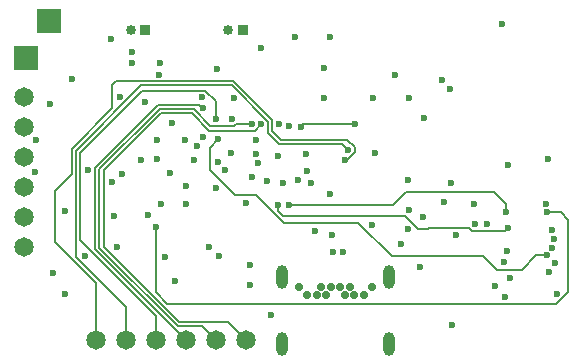
<source format=gbr>
%TF.GenerationSoftware,KiCad,Pcbnew,8.0.8*%
%TF.CreationDate,2025-02-18T00:45:43-08:00*%
%TF.ProjectId,OuterBoard_rev3.1,4f757465-7242-46f6-9172-645f72657633,rev?*%
%TF.SameCoordinates,Original*%
%TF.FileFunction,Copper,L5,Inr*%
%TF.FilePolarity,Positive*%
%FSLAX46Y46*%
G04 Gerber Fmt 4.6, Leading zero omitted, Abs format (unit mm)*
G04 Created by KiCad (PCBNEW 8.0.8) date 2025-02-18 00:45:43*
%MOMM*%
%LPD*%
G01*
G04 APERTURE LIST*
%TA.AperFunction,ComponentPad*%
%ADD10C,1.650000*%
%TD*%
%TA.AperFunction,ComponentPad*%
%ADD11C,0.700000*%
%TD*%
%TA.AperFunction,ComponentPad*%
%ADD12O,1.000000X2.000000*%
%TD*%
%TA.AperFunction,ComponentPad*%
%ADD13R,2.000000X2.000000*%
%TD*%
%TA.AperFunction,ComponentPad*%
%ADD14R,0.850000X0.850000*%
%TD*%
%TA.AperFunction,ComponentPad*%
%ADD15C,0.850000*%
%TD*%
%TA.AperFunction,ViaPad*%
%ADD16C,0.600000*%
%TD*%
%TA.AperFunction,Conductor*%
%ADD17C,0.200000*%
%TD*%
G04 APERTURE END LIST*
D10*
%TO.N,GPIO45*%
%TO.C,J2*%
X115620800Y-104013000D03*
%TO.N,GPIO46*%
X118160800Y-104013000D03*
%TO.N,IO21{slash}USER_LED*%
X120700800Y-104013000D03*
%TO.N,D10{slash}A10{slash}MOSI*%
X123240800Y-104013000D03*
%TO.N,D9{slash}A9{slash}MISO*%
X125780800Y-104013000D03*
%TO.N,D8{slash}A8{slash}SCK*%
X128320800Y-104013000D03*
%TD*%
D11*
%TO.N,GND*%
%TO.C,J42*%
X138978400Y-99503000D03*
%TO.N,unconnected-(J42-SSTXP2-PadB2)*%
X138328400Y-100203000D03*
%TO.N,unconnected-(J42-SSTXN2-PadB3)*%
X137528400Y-100203000D03*
%TO.N,+5V*%
X137128400Y-99503000D03*
%TO.N,Net-(J42-CC2)*%
X136728400Y-100203000D03*
%TO.N,USB_DP*%
X136328400Y-99503000D03*
%TO.N,USB_DN*%
X135528400Y-99503000D03*
%TO.N,unconnected-(J42-SBU2-PadB8)*%
X135128400Y-100203000D03*
%TO.N,+5V*%
X134728400Y-99503000D03*
%TO.N,unconnected-(J42-SSRXN1-PadB10)*%
X134328400Y-100203000D03*
%TO.N,unconnected-(J42-SSRXP1-PadB11)*%
X133528400Y-100203000D03*
%TO.N,GND*%
X132878400Y-99503000D03*
D12*
X131428400Y-98703000D03*
X140428400Y-98703000D03*
X131428400Y-104303000D03*
X140428400Y-104303000D03*
%TD*%
D13*
%TO.N,Net-(D1-K)*%
%TO.C,TP1*%
X109728000Y-80137000D03*
%TD*%
D14*
%TO.N,+BATT1*%
%TO.C,J3*%
X119837200Y-77800200D03*
D15*
%TO.N,GNDPWR*%
X118587200Y-77800200D03*
%TD*%
D14*
%TO.N,+BATT2*%
%TO.C,J4*%
X128117600Y-77749400D03*
D15*
%TO.N,GNDPWR*%
X126867600Y-77749400D03*
%TD*%
D13*
%TO.N,Net-(D2-K)*%
%TO.C,TP2*%
X111683800Y-76962000D03*
%TD*%
D10*
%TO.N,GNDPWR*%
%TO.C,J1*%
X109524800Y-96113600D03*
%TO.N,VDC*%
X109524800Y-93573600D03*
%TO.N,D1{slash}A1*%
X109524800Y-91033600D03*
%TO.N,GNDPWR*%
X109524800Y-88493600D03*
%TO.N,VDC*%
X109524800Y-85953600D03*
%TO.N,D0{slash}A0*%
X109524800Y-83413600D03*
%TD*%
D16*
%TO.N,GND*%
X147726400Y-94157800D03*
X114935000Y-89611200D03*
X121132600Y-92504600D03*
X142111489Y-93007223D03*
X121488200Y-97002600D03*
X145669000Y-90678000D03*
X154263252Y-96239441D03*
X123910000Y-88790000D03*
X120802400Y-88646600D03*
X110540800Y-87096600D03*
X150320000Y-100336400D03*
X145084800Y-92284600D03*
X150571200Y-89230200D03*
X113030000Y-93116400D03*
X128730000Y-97690000D03*
X142028800Y-90476900D03*
X147650200Y-92456000D03*
X117889684Y-89981291D03*
X123266200Y-92532200D03*
X131069477Y-88457575D03*
X111749000Y-84037600D03*
X139238800Y-88206400D03*
X122047000Y-85648800D03*
X128652394Y-99384806D03*
X135485000Y-78335000D03*
X132535000Y-78335000D03*
X134970000Y-80990000D03*
X134970000Y-83510000D03*
X114681000Y-96926400D03*
X125196600Y-96164400D03*
X122351800Y-99034600D03*
X135661400Y-95097600D03*
X139065000Y-83540600D03*
X117201071Y-93477539D03*
X145770600Y-102743000D03*
X121943122Y-89829707D03*
X142189200Y-83540600D03*
X150012400Y-77241400D03*
%TO.N,VCC*%
X120954800Y-81538800D03*
%TO.N,+2V8*%
X143408400Y-85242400D03*
X141452600Y-95885000D03*
%TO.N,VDC*%
X117396700Y-96139000D03*
X113004600Y-100152200D03*
X121107200Y-80568800D03*
X118688700Y-79618800D03*
%TO.N,Net-(D7-K)*%
X154686000Y-100101400D03*
%TO.N,+3.3V*%
X140944600Y-81584800D03*
X123266200Y-90954600D03*
X126100000Y-96920000D03*
X120802400Y-87096600D03*
X146098900Y-95123000D03*
X111988600Y-98348800D03*
X144909600Y-81965800D03*
X142087600Y-94589600D03*
X119483800Y-88793400D03*
X123153000Y-87031400D03*
X133527800Y-89662000D03*
X110515400Y-89814400D03*
X143078200Y-97866200D03*
%TO.N,+1V8*%
X153847800Y-93192600D03*
X120700800Y-94411800D03*
%TO.N,Net-(C38-Pad1)*%
X133444702Y-88239600D03*
%TO.N,+5V*%
X130429000Y-101879400D03*
%TO.N,IO21{slash}USER_LED*%
X125830000Y-85308799D03*
%TO.N,Net-(FB1-Pad2)*%
X153949400Y-88722200D03*
%TO.N,USB_DP*%
X135712200Y-96520000D03*
X126586400Y-89603665D03*
%TO.N,USB_DN*%
X136525000Y-96570800D03*
X125984000Y-88900000D03*
%TO.N,MTCK{slash}IO39{slash}CAM_SCL*%
X139013899Y-94285101D03*
X143370000Y-93550000D03*
%TO.N,IO38{slash}DVP_VSYNC*%
X133858000Y-90728800D03*
X153725086Y-92450272D03*
%TO.N,Net-(J10-Pad8)*%
X148742400Y-94183200D03*
%TO.N,IO47{slash}DVP_HREF*%
X131987500Y-92597090D03*
X150342600Y-93141800D03*
%TO.N,IO48{slash}DVP_Y9*%
X131054076Y-92574211D03*
X150520400Y-94564200D03*
%TO.N,IO10{slash}XMCLK*%
X127127615Y-85308799D03*
X154300000Y-94700000D03*
%TO.N,IO11{slash}DVP_Y8*%
X124715600Y-86848296D03*
X154440000Y-95490000D03*
%TO.N,IO12{slash}DVP_Y7*%
X153810000Y-96840000D03*
X125984000Y-87020400D03*
%TO.N,IO13{slash}DVP_PCLK*%
X129164567Y-87102167D03*
X150418800Y-96443800D03*
%TO.N,IO14{slash}DVP_Y6*%
X154514600Y-97455000D03*
X124160450Y-87606201D03*
%TO.N,IO15{slash}DVP_Y2*%
X127076200Y-88206000D03*
X150215600Y-97434400D03*
%TO.N,IO16{slash}DVP_Y5*%
X153970000Y-98240000D03*
X129235200Y-88288500D03*
%TO.N,IO17{slash}DVP_Y3*%
X129330301Y-89044545D03*
X150710000Y-98792400D03*
%TO.N,IO18{slash}DVP_Y4*%
X149450000Y-99441000D03*
X128839742Y-90170878D03*
%TO.N,CHIP_EN*%
X133030300Y-85939200D03*
X137591800Y-85725000D03*
%TO.N,BNO_INT*%
X120091200Y-93421200D03*
X125933200Y-81049800D03*
%TO.N,D1{slash}A1*%
X131108400Y-85750400D03*
%TO.N,D0{slash}A0*%
X129592400Y-79324200D03*
%TO.N,GPIO0*%
X131953000Y-85928200D03*
X145592800Y-82753200D03*
%TO.N,BNO_RST*%
X116967000Y-90601800D03*
X124661600Y-83439000D03*
%TO.N,D8{slash}A8{slash}SCK*%
X129641600Y-85750400D03*
%TO.N,D9{slash}A9{slash}MISO*%
X128843704Y-85733896D03*
%TO.N,D10{slash}A10{slash}MOSI*%
X124714000Y-84404200D03*
%TO.N,VDD_SPI*%
X125830000Y-91135200D03*
%TO.N,SPIHD*%
X128357314Y-92410849D03*
%TO.N,SPIWP*%
X134162800Y-94818200D03*
%TO.N,SPICS0*%
X135432900Y-91643200D03*
%TO.N,SPICLK*%
X130149600Y-90576400D03*
%TO.N,SPIQ*%
X132791200Y-90500200D03*
%TO.N,SPID*%
X131445000Y-90754200D03*
%TO.N,GNDPWR*%
X118688700Y-80568800D03*
X117668297Y-83398103D03*
X127345704Y-83494601D03*
X113583130Y-81940400D03*
X119820552Y-83885375D03*
X116890800Y-78536800D03*
%TO.N,GPIO45*%
X136753600Y-88773000D03*
%TO.N,GPIO46*%
X136982200Y-87884000D03*
%TD*%
D17*
%TO.N,+1V8*%
X154635200Y-100939600D02*
X121662504Y-100939600D01*
X121662504Y-100939600D02*
X120700800Y-99977896D01*
X154990800Y-93192600D02*
X155651200Y-93853000D01*
X155651200Y-99923600D02*
X154635200Y-100939600D01*
X120700800Y-99977896D02*
X120700800Y-94411800D01*
X153847800Y-93192600D02*
X154990800Y-93192600D01*
X155651200Y-93853000D02*
X155651200Y-99923600D01*
%TO.N,IO21{slash}USER_LED*%
X120700800Y-101971368D02*
X114301600Y-95572168D01*
X114301600Y-88140768D02*
X119560568Y-82881800D01*
X120700800Y-104013000D02*
X120700800Y-101971368D01*
X119560568Y-82881800D02*
X124918800Y-82881800D01*
X125830000Y-83793000D02*
X125830000Y-85308799D01*
X124918800Y-82881800D02*
X125830000Y-83793000D01*
X114301600Y-95572168D02*
X114301600Y-88140768D01*
%TO.N,IO47{slash}DVP_HREF*%
X150342600Y-92456000D02*
X150342600Y-93141800D01*
X149346600Y-91460000D02*
X150342600Y-92456000D01*
X131987500Y-92597090D02*
X140800000Y-92597090D01*
X141937090Y-91460000D02*
X149346600Y-91460000D01*
X140800000Y-92597090D02*
X141937090Y-91460000D01*
%TO.N,IO48{slash}DVP_Y9*%
X142915723Y-94565800D02*
X143748400Y-94565800D01*
X150284600Y-94800000D02*
X150520400Y-94564200D01*
X131054076Y-93090708D02*
X131461684Y-93498316D01*
X131054076Y-92574211D02*
X131054076Y-93090708D01*
X147237277Y-94520600D02*
X147516677Y-94800000D01*
X131461684Y-93498316D02*
X141848239Y-93498316D01*
X141848239Y-93498316D02*
X142915723Y-94565800D01*
X143748400Y-94565800D02*
X143793600Y-94520600D01*
X147516677Y-94800000D02*
X150284600Y-94800000D01*
X143793600Y-94520600D02*
X147237277Y-94520600D01*
%TO.N,IO12{slash}DVP_Y7*%
X125272800Y-87731600D02*
X125984000Y-87020400D01*
X129184400Y-91719400D02*
X127381000Y-91719400D01*
X131546600Y-94081600D02*
X129184400Y-91719400D01*
X137845800Y-94081600D02*
X131546600Y-94081600D01*
X151713600Y-98070000D02*
X149593600Y-98070000D01*
X153810000Y-96840000D02*
X152943600Y-96840000D01*
X140690600Y-96926400D02*
X137845800Y-94081600D01*
X148450000Y-96926400D02*
X140690600Y-96926400D01*
X152943600Y-96840000D02*
X151713600Y-98070000D01*
X149593600Y-98070000D02*
X148450000Y-96926400D01*
X125272800Y-89611200D02*
X125272800Y-87731600D01*
X127381000Y-91719400D02*
X125272800Y-89611200D01*
%TO.N,CHIP_EN*%
X133219099Y-85750401D02*
X137566399Y-85750401D01*
X137566399Y-85750401D02*
X137591800Y-85725000D01*
X133030300Y-85939200D02*
X133219099Y-85750401D01*
%TO.N,D8{slash}A8{slash}SCK*%
X126800000Y-102492200D02*
X122716736Y-102492200D01*
X122716736Y-102492200D02*
X116364600Y-96140064D01*
X125245804Y-86286296D02*
X129105704Y-86286296D01*
X128320800Y-104013000D02*
X126800000Y-102492200D01*
X129105704Y-86286296D02*
X129641600Y-85750400D01*
X116364600Y-89610136D02*
X121153613Y-84821123D01*
X123780631Y-84821123D02*
X125245804Y-86286296D01*
X116364600Y-96140064D02*
X116364600Y-89610136D01*
X121153613Y-84821123D02*
X123780631Y-84821123D01*
%TO.N,D9{slash}A9{slash}MISO*%
X127490518Y-85733896D02*
X127363215Y-85861199D01*
X115920784Y-96194616D02*
X122570768Y-102844600D01*
X115920784Y-89555584D02*
X115920784Y-96194616D01*
X128843704Y-85733896D02*
X127490518Y-85733896D01*
X124612400Y-102844600D02*
X125780800Y-104013000D01*
X122570768Y-102844600D02*
X124612400Y-102844600D01*
X123926600Y-84468723D02*
X123926600Y-84429600D01*
X123926600Y-84429600D02*
X121046768Y-84429600D01*
X121046768Y-84429600D02*
X115920784Y-89555584D01*
X125319076Y-85861199D02*
X123926600Y-84468723D01*
X127363215Y-85861199D02*
X125319076Y-85861199D01*
%TO.N,D10{slash}A10{slash}MOSI*%
X115544600Y-96316800D02*
X123240800Y-104013000D01*
X124383800Y-84074000D02*
X120904000Y-84074000D01*
X115544600Y-89433400D02*
X115544600Y-96316800D01*
X120904000Y-84074000D02*
X115544600Y-89433400D01*
X124714000Y-84404200D02*
X124383800Y-84074000D01*
%TO.N,GPIO45*%
X137566400Y-88087800D02*
X136881200Y-88773000D01*
X136881200Y-88773000D02*
X136753600Y-88773000D01*
X112217200Y-91371800D02*
X113596800Y-89992200D01*
X137566400Y-87680200D02*
X137566400Y-88087800D01*
X117044800Y-84400831D02*
X117044800Y-82396000D01*
X130551200Y-86314032D02*
X131290768Y-87053600D01*
X127273569Y-82096000D02*
X130551200Y-85373631D01*
X113596800Y-89992200D02*
X113596800Y-87848831D01*
X112217200Y-95748968D02*
X112217200Y-91371800D01*
X115620800Y-104013000D02*
X115620800Y-99152568D01*
X130551200Y-85373631D02*
X130551200Y-86314032D01*
X117044800Y-82396000D02*
X117344800Y-82096000D01*
X115620800Y-99152568D02*
X112217200Y-95748968D01*
X136939800Y-87053600D02*
X137566400Y-87680200D01*
X131290768Y-87053600D02*
X136939800Y-87053600D01*
X117344800Y-82096000D02*
X127273569Y-82096000D01*
X113596800Y-87848831D02*
X117044800Y-84400831D01*
%TO.N,GPIO46*%
X113949200Y-87994800D02*
X119495600Y-82448400D01*
X118160800Y-104013000D02*
X118160800Y-101194200D01*
X131144800Y-87406000D02*
X136504200Y-87406000D01*
X130198800Y-86460000D02*
X131144800Y-87406000D01*
X113949200Y-96982600D02*
X113949200Y-87994800D01*
X136504200Y-87406000D02*
X136982200Y-87884000D01*
X118160800Y-101194200D02*
X113949200Y-96982600D01*
X130198800Y-85519600D02*
X130198800Y-86460000D01*
X127127600Y-82448400D02*
X130198800Y-85519600D01*
X119495600Y-82448400D02*
X127127600Y-82448400D01*
%TD*%
M02*

</source>
